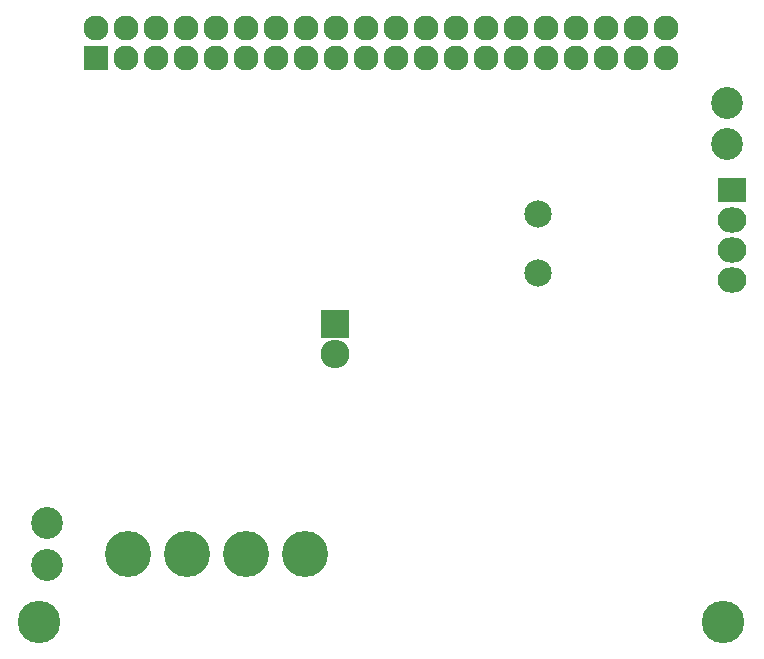
<source format=gbr>
G04 #@! TF.FileFunction,Soldermask,Bot*
%FSLAX46Y46*%
G04 Gerber Fmt 4.6, Leading zero omitted, Abs format (unit mm)*
G04 Created by KiCad (PCBNEW 4.0.2+dfsg1-stable) date mer 24 ott 2018 10:21:22 CEST*
%MOMM*%
G01*
G04 APERTURE LIST*
%ADD10C,0.100000*%
%ADD11R,2.127200X2.127200*%
%ADD12O,2.127200X2.127200*%
%ADD13R,2.432000X2.127200*%
%ADD14O,2.432000X2.127200*%
%ADD15R,2.432000X2.432000*%
%ADD16O,2.432000X2.432000*%
%ADD17C,3.900000*%
%ADD18C,2.305000*%
%ADD19C,3.600000*%
%ADD20C,2.700000*%
G04 APERTURE END LIST*
D10*
D11*
X115062000Y-55880000D03*
D12*
X115062000Y-53340000D03*
X117602000Y-55880000D03*
X117602000Y-53340000D03*
X120142000Y-55880000D03*
X120142000Y-53340000D03*
X122682000Y-55880000D03*
X122682000Y-53340000D03*
X125222000Y-55880000D03*
X125222000Y-53340000D03*
X127762000Y-55880000D03*
X127762000Y-53340000D03*
X130302000Y-55880000D03*
X130302000Y-53340000D03*
X132842000Y-55880000D03*
X132842000Y-53340000D03*
X135382000Y-55880000D03*
X135382000Y-53340000D03*
X137922000Y-55880000D03*
X137922000Y-53340000D03*
X140462000Y-55880000D03*
X140462000Y-53340000D03*
X143002000Y-55880000D03*
X143002000Y-53340000D03*
X145542000Y-55880000D03*
X145542000Y-53340000D03*
X148082000Y-55880000D03*
X148082000Y-53340000D03*
X150622000Y-55880000D03*
X150622000Y-53340000D03*
X153162000Y-55880000D03*
X153162000Y-53340000D03*
X155702000Y-55880000D03*
X155702000Y-53340000D03*
X158242000Y-55880000D03*
X158242000Y-53340000D03*
X160782000Y-55880000D03*
X160782000Y-53340000D03*
X163322000Y-55880000D03*
X163322000Y-53340000D03*
D13*
X168864280Y-67028060D03*
D14*
X168864280Y-69568060D03*
X168864280Y-72108060D03*
X168864280Y-74648060D03*
D15*
X135244840Y-78389480D03*
D16*
X135244840Y-80929480D03*
D17*
X132714000Y-97840000D03*
X127714000Y-97840000D03*
X122714000Y-97840000D03*
X117714000Y-97840000D03*
D18*
X152438100Y-74046720D03*
X152438100Y-69046720D03*
D19*
X110236000Y-103632000D03*
X168148000Y-103632000D03*
D20*
X168475660Y-63151960D03*
X168475660Y-59651960D03*
X110863380Y-95270440D03*
X110863380Y-98770440D03*
M02*

</source>
